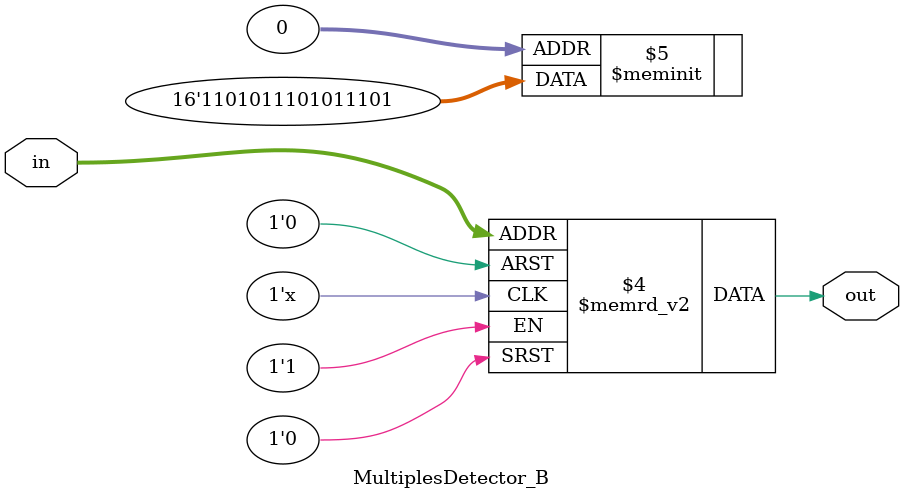
<source format=v>
module MultiplesDetector_G(in, out);

    parameter n=4;

    input [n-1:0]in;
    output out;

    wire and0, and1, and2;
    wire not_a, not_b, not_c, not_d;

    not not_gate0(not_a, in[3]);
    not not_gate1(not_b, in[2]);
    not not_gate2(not_c, in[1]);
    not not_gate3(not_d, in[0]);

    and and_gate1(and0, not_b, not_c, in[3]);
    and and_gate2(and1, in[1], not_b, not_a);
    and and_gate3(and2, in[1], in[2], in[3]);

    or or_gate(out, not_d, and0, and1, and2);
endmodule

module MultiplesDetector_D(in, out);
    parameter n=4;

    input [n-1:0] in;
    output out;
    
    assign out = !in[0]
                 | (!in[1] & !in[2] & in[3])
                 | (in[1] & !in[2] & !in[3])
                 | (in[1] & in[2] & in[3]);
endmodule

module MultiplesDetector_B(in, out);
    parameter n=4;

    input [n-1:0] in;
    output out;
    reg out;

    always @(*) begin
        case(in)
            0, 2, 3, 4, 6, 8, 9, 10, 12, 14, 15:begin
                out = 1'b1;
            end
            default :begin
                out = 1'b0;
            end
        endcase
    end
endmodule
</source>
